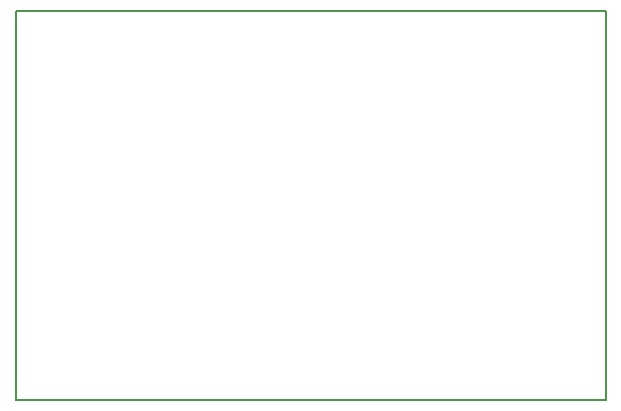
<source format=gbp>
G75*
%MOIN*%
%OFA0B0*%
%FSLAX24Y24*%
%IPPOS*%
%LPD*%
%AMOC8*
5,1,8,0,0,1.08239X$1,22.5*
%
%ADD10C,0.0050*%
D10*
X001003Y001149D02*
X020688Y001149D01*
X020688Y014141D01*
X001003Y014141D01*
X001003Y001149D01*
M02*

</source>
